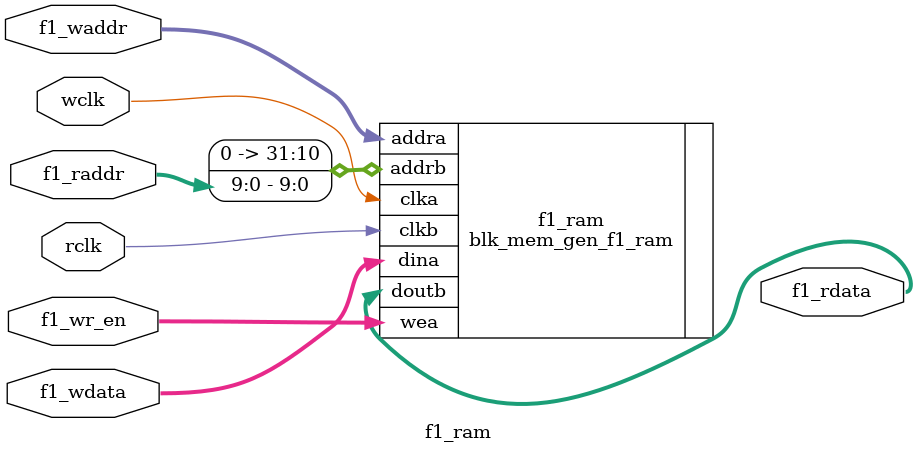
<source format=v>

module f1_ram(/*autoport*/
//output
			f1_rdata,
//input
			rclk,
			wclk,
			f1_wr_en,
			f1_waddr,
			f1_wdata,
			f1_raddr);
input wire			rclk;
input wire			wclk;
input wire [3:0]    f1_wr_en;
input wire [31:0]   f1_waddr;
input wire [31:0]   f1_wdata;

input wire [9:0]   f1_raddr;
output wire [7:0]  f1_rdata; 



//2 cycles delay
blk_mem_gen_f1_ram f1_ram (
  .clka(wclk),    // input wire clka
  .wea(f1_wr_en),      // input wire [3 : 0] wea
  .addra(f1_waddr),  // input wire [31 : 0] addra
  .dina(f1_wdata),    // input wire [31 : 0] dina
  .clkb(rclk),    // input wire clkb
  .addrb({22'b0,f1_raddr}),  // input wire [31 : 0] addrb
  .doutb(f1_rdata)  // output wire [31 : 0] doutb
);

endmodule 
</source>
